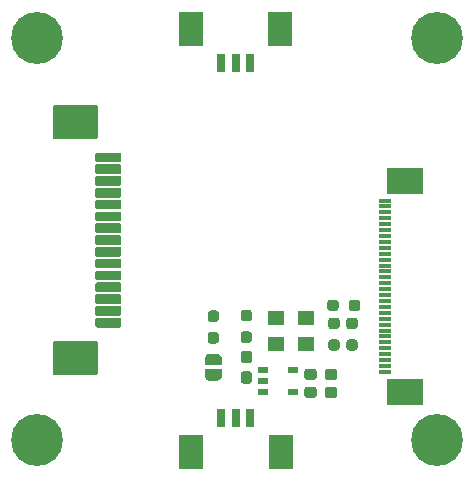
<source format=gbr>
%TF.GenerationSoftware,KiCad,Pcbnew,5.1.12-84ad8e8a86~92~ubuntu18.04.1*%
%TF.CreationDate,2023-10-21T06:49:18+07:00*%
%TF.ProjectId,RPi_FFC_15P-EYECLOUDAI_2MGSMOD_AR0234-ADAPTER,5250695f-4646-4435-9f31-35502d455945,rev?*%
%TF.SameCoordinates,Original*%
%TF.FileFunction,Soldermask,Top*%
%TF.FilePolarity,Negative*%
%FSLAX46Y46*%
G04 Gerber Fmt 4.6, Leading zero omitted, Abs format (unit mm)*
G04 Created by KiCad (PCBNEW 5.1.12-84ad8e8a86~92~ubuntu18.04.1) date 2023-10-21 06:49:18*
%MOMM*%
%LPD*%
G01*
G04 APERTURE LIST*
%ADD10C,0.100000*%
%ADD11R,0.952500X0.508000*%
%ADD12R,1.100000X0.300000*%
%ADD13R,3.100000X2.300000*%
%ADD14R,1.400000X1.200000*%
%ADD15R,2.100000X3.000000*%
%ADD16R,0.800000X1.600000*%
%ADD17C,4.400000*%
G04 APERTURE END LIST*
%TO.C,R10*%
G36*
G01*
X131438200Y-102294700D02*
X131438200Y-101819700D01*
G75*
G02*
X131675700Y-101582200I237500J0D01*
G01*
X132175700Y-101582200D01*
G75*
G02*
X132413200Y-101819700I0J-237500D01*
G01*
X132413200Y-102294700D01*
G75*
G02*
X132175700Y-102532200I-237500J0D01*
G01*
X131675700Y-102532200D01*
G75*
G02*
X131438200Y-102294700I0J237500D01*
G01*
G37*
G36*
G01*
X129613200Y-102294700D02*
X129613200Y-101819700D01*
G75*
G02*
X129850700Y-101582200I237500J0D01*
G01*
X130350700Y-101582200D01*
G75*
G02*
X130588200Y-101819700I0J-237500D01*
G01*
X130588200Y-102294700D01*
G75*
G02*
X130350700Y-102532200I-237500J0D01*
G01*
X129850700Y-102532200D01*
G75*
G02*
X129613200Y-102294700I0J237500D01*
G01*
G37*
%TD*%
%TO.C,R5*%
G36*
G01*
X119752100Y-104311000D02*
X120227100Y-104311000D01*
G75*
G02*
X120464600Y-104548500I0J-237500D01*
G01*
X120464600Y-105048500D01*
G75*
G02*
X120227100Y-105286000I-237500J0D01*
G01*
X119752100Y-105286000D01*
G75*
G02*
X119514600Y-105048500I0J237500D01*
G01*
X119514600Y-104548500D01*
G75*
G02*
X119752100Y-104311000I237500J0D01*
G01*
G37*
G36*
G01*
X119752100Y-102486000D02*
X120227100Y-102486000D01*
G75*
G02*
X120464600Y-102723500I0J-237500D01*
G01*
X120464600Y-103223500D01*
G75*
G02*
X120227100Y-103461000I-237500J0D01*
G01*
X119752100Y-103461000D01*
G75*
G02*
X119514600Y-103223500I0J237500D01*
G01*
X119514600Y-102723500D01*
G75*
G02*
X119752100Y-102486000I237500J0D01*
G01*
G37*
%TD*%
D10*
%TO.C,JP1*%
G36*
X119240202Y-106639600D02*
G01*
X119240202Y-106615066D01*
X119245012Y-106566235D01*
X119254584Y-106518110D01*
X119268828Y-106471155D01*
X119287605Y-106425822D01*
X119310736Y-106382549D01*
X119337996Y-106341750D01*
X119369124Y-106303821D01*
X119403821Y-106269124D01*
X119441750Y-106237996D01*
X119482549Y-106210736D01*
X119525822Y-106187605D01*
X119571155Y-106168828D01*
X119618110Y-106154584D01*
X119666235Y-106145012D01*
X119715066Y-106140202D01*
X119739600Y-106140202D01*
X119739600Y-106139600D01*
X120239600Y-106139600D01*
X120239600Y-106140202D01*
X120264134Y-106140202D01*
X120312965Y-106145012D01*
X120361090Y-106154584D01*
X120408045Y-106168828D01*
X120453378Y-106187605D01*
X120496651Y-106210736D01*
X120537450Y-106237996D01*
X120575379Y-106269124D01*
X120610076Y-106303821D01*
X120641204Y-106341750D01*
X120668464Y-106382549D01*
X120691595Y-106425822D01*
X120710372Y-106471155D01*
X120724616Y-106518110D01*
X120734188Y-106566235D01*
X120738998Y-106615066D01*
X120738998Y-106639600D01*
X120739600Y-106639600D01*
X120739600Y-107139600D01*
X119239600Y-107139600D01*
X119239600Y-106639600D01*
X119240202Y-106639600D01*
G37*
G36*
X120739600Y-107439600D02*
G01*
X120739600Y-107939600D01*
X120738998Y-107939600D01*
X120738998Y-107964134D01*
X120734188Y-108012965D01*
X120724616Y-108061090D01*
X120710372Y-108108045D01*
X120691595Y-108153378D01*
X120668464Y-108196651D01*
X120641204Y-108237450D01*
X120610076Y-108275379D01*
X120575379Y-108310076D01*
X120537450Y-108341204D01*
X120496651Y-108368464D01*
X120453378Y-108391595D01*
X120408045Y-108410372D01*
X120361090Y-108424616D01*
X120312965Y-108434188D01*
X120264134Y-108438998D01*
X120239600Y-108438998D01*
X120239600Y-108439600D01*
X119739600Y-108439600D01*
X119739600Y-108438998D01*
X119715066Y-108438998D01*
X119666235Y-108434188D01*
X119618110Y-108424616D01*
X119571155Y-108410372D01*
X119525822Y-108391595D01*
X119482549Y-108368464D01*
X119441750Y-108341204D01*
X119403821Y-108310076D01*
X119369124Y-108275379D01*
X119337996Y-108237450D01*
X119310736Y-108196651D01*
X119287605Y-108153378D01*
X119268828Y-108108045D01*
X119254584Y-108061090D01*
X119245012Y-108012965D01*
X119240202Y-107964134D01*
X119240202Y-107939600D01*
X119239600Y-107939600D01*
X119239600Y-107439600D01*
X120739600Y-107439600D01*
G37*
%TD*%
D11*
%TO.C,U1*%
X126701550Y-107507999D03*
X126701550Y-109408001D03*
X124148850Y-109408001D03*
X124148850Y-108458000D03*
X124148850Y-107507999D03*
%TD*%
%TO.C,J1*%
G36*
G01*
X110099600Y-103113000D02*
X112099600Y-103113000D01*
G75*
G02*
X112201600Y-103215000I0J-102000D01*
G01*
X112201600Y-103825000D01*
G75*
G02*
X112099600Y-103927000I-102000J0D01*
G01*
X110099600Y-103927000D01*
G75*
G02*
X109997600Y-103825000I0J102000D01*
G01*
X109997600Y-103215000D01*
G75*
G02*
X110099600Y-103113000I102000J0D01*
G01*
G37*
G36*
G01*
X110099600Y-102113000D02*
X112099600Y-102113000D01*
G75*
G02*
X112201600Y-102215000I0J-102000D01*
G01*
X112201600Y-102825000D01*
G75*
G02*
X112099600Y-102927000I-102000J0D01*
G01*
X110099600Y-102927000D01*
G75*
G02*
X109997600Y-102825000I0J102000D01*
G01*
X109997600Y-102215000D01*
G75*
G02*
X110099600Y-102113000I102000J0D01*
G01*
G37*
G36*
G01*
X110099600Y-101113000D02*
X112099600Y-101113000D01*
G75*
G02*
X112201600Y-101215000I0J-102000D01*
G01*
X112201600Y-101825000D01*
G75*
G02*
X112099600Y-101927000I-102000J0D01*
G01*
X110099600Y-101927000D01*
G75*
G02*
X109997600Y-101825000I0J102000D01*
G01*
X109997600Y-101215000D01*
G75*
G02*
X110099600Y-101113000I102000J0D01*
G01*
G37*
G36*
G01*
X110099600Y-100113000D02*
X112099600Y-100113000D01*
G75*
G02*
X112201600Y-100215000I0J-102000D01*
G01*
X112201600Y-100825000D01*
G75*
G02*
X112099600Y-100927000I-102000J0D01*
G01*
X110099600Y-100927000D01*
G75*
G02*
X109997600Y-100825000I0J102000D01*
G01*
X109997600Y-100215000D01*
G75*
G02*
X110099600Y-100113000I102000J0D01*
G01*
G37*
G36*
G01*
X110099600Y-99113000D02*
X112099600Y-99113000D01*
G75*
G02*
X112201600Y-99215000I0J-102000D01*
G01*
X112201600Y-99825000D01*
G75*
G02*
X112099600Y-99927000I-102000J0D01*
G01*
X110099600Y-99927000D01*
G75*
G02*
X109997600Y-99825000I0J102000D01*
G01*
X109997600Y-99215000D01*
G75*
G02*
X110099600Y-99113000I102000J0D01*
G01*
G37*
G36*
G01*
X110099600Y-98113000D02*
X112099600Y-98113000D01*
G75*
G02*
X112201600Y-98215000I0J-102000D01*
G01*
X112201600Y-98825000D01*
G75*
G02*
X112099600Y-98927000I-102000J0D01*
G01*
X110099600Y-98927000D01*
G75*
G02*
X109997600Y-98825000I0J102000D01*
G01*
X109997600Y-98215000D01*
G75*
G02*
X110099600Y-98113000I102000J0D01*
G01*
G37*
G36*
G01*
X110099600Y-97113000D02*
X112099600Y-97113000D01*
G75*
G02*
X112201600Y-97215000I0J-102000D01*
G01*
X112201600Y-97825000D01*
G75*
G02*
X112099600Y-97927000I-102000J0D01*
G01*
X110099600Y-97927000D01*
G75*
G02*
X109997600Y-97825000I0J102000D01*
G01*
X109997600Y-97215000D01*
G75*
G02*
X110099600Y-97113000I102000J0D01*
G01*
G37*
G36*
G01*
X110099600Y-96113000D02*
X112099600Y-96113000D01*
G75*
G02*
X112201600Y-96215000I0J-102000D01*
G01*
X112201600Y-96825000D01*
G75*
G02*
X112099600Y-96927000I-102000J0D01*
G01*
X110099600Y-96927000D01*
G75*
G02*
X109997600Y-96825000I0J102000D01*
G01*
X109997600Y-96215000D01*
G75*
G02*
X110099600Y-96113000I102000J0D01*
G01*
G37*
G36*
G01*
X110099600Y-95113000D02*
X112099600Y-95113000D01*
G75*
G02*
X112201600Y-95215000I0J-102000D01*
G01*
X112201600Y-95825000D01*
G75*
G02*
X112099600Y-95927000I-102000J0D01*
G01*
X110099600Y-95927000D01*
G75*
G02*
X109997600Y-95825000I0J102000D01*
G01*
X109997600Y-95215000D01*
G75*
G02*
X110099600Y-95113000I102000J0D01*
G01*
G37*
G36*
G01*
X110099600Y-89113000D02*
X112099600Y-89113000D01*
G75*
G02*
X112201600Y-89215000I0J-102000D01*
G01*
X112201600Y-89825000D01*
G75*
G02*
X112099600Y-89927000I-102000J0D01*
G01*
X110099600Y-89927000D01*
G75*
G02*
X109997600Y-89825000I0J102000D01*
G01*
X109997600Y-89215000D01*
G75*
G02*
X110099600Y-89113000I102000J0D01*
G01*
G37*
G36*
G01*
X110099600Y-90113000D02*
X112099600Y-90113000D01*
G75*
G02*
X112201600Y-90215000I0J-102000D01*
G01*
X112201600Y-90825000D01*
G75*
G02*
X112099600Y-90927000I-102000J0D01*
G01*
X110099600Y-90927000D01*
G75*
G02*
X109997600Y-90825000I0J102000D01*
G01*
X109997600Y-90215000D01*
G75*
G02*
X110099600Y-90113000I102000J0D01*
G01*
G37*
G36*
G01*
X106499600Y-85088000D02*
X110099600Y-85088000D01*
G75*
G02*
X110201600Y-85190000I0J-102000D01*
G01*
X110201600Y-87870000D01*
G75*
G02*
X110099600Y-87972000I-102000J0D01*
G01*
X106499600Y-87972000D01*
G75*
G02*
X106397600Y-87870000I0J102000D01*
G01*
X106397600Y-85190000D01*
G75*
G02*
X106499600Y-85088000I102000J0D01*
G01*
G37*
G36*
G01*
X106499600Y-105068000D02*
X110099600Y-105068000D01*
G75*
G02*
X110201600Y-105170000I0J-102000D01*
G01*
X110201600Y-107850000D01*
G75*
G02*
X110099600Y-107952000I-102000J0D01*
G01*
X106499600Y-107952000D01*
G75*
G02*
X106397600Y-107850000I0J102000D01*
G01*
X106397600Y-105170000D01*
G75*
G02*
X106499600Y-105068000I102000J0D01*
G01*
G37*
G36*
G01*
X110099600Y-91113000D02*
X112099600Y-91113000D01*
G75*
G02*
X112201600Y-91215000I0J-102000D01*
G01*
X112201600Y-91825000D01*
G75*
G02*
X112099600Y-91927000I-102000J0D01*
G01*
X110099600Y-91927000D01*
G75*
G02*
X109997600Y-91825000I0J102000D01*
G01*
X109997600Y-91215000D01*
G75*
G02*
X110099600Y-91113000I102000J0D01*
G01*
G37*
G36*
G01*
X110099600Y-94113000D02*
X112099600Y-94113000D01*
G75*
G02*
X112201600Y-94215000I0J-102000D01*
G01*
X112201600Y-94825000D01*
G75*
G02*
X112099600Y-94927000I-102000J0D01*
G01*
X110099600Y-94927000D01*
G75*
G02*
X109997600Y-94825000I0J102000D01*
G01*
X109997600Y-94215000D01*
G75*
G02*
X110099600Y-94113000I102000J0D01*
G01*
G37*
G36*
G01*
X110099600Y-92113000D02*
X112099600Y-92113000D01*
G75*
G02*
X112201600Y-92215000I0J-102000D01*
G01*
X112201600Y-92825000D01*
G75*
G02*
X112099600Y-92927000I-102000J0D01*
G01*
X110099600Y-92927000D01*
G75*
G02*
X109997600Y-92825000I0J102000D01*
G01*
X109997600Y-92215000D01*
G75*
G02*
X110099600Y-92113000I102000J0D01*
G01*
G37*
G36*
G01*
X110099600Y-93113000D02*
X112099600Y-93113000D01*
G75*
G02*
X112201600Y-93215000I0J-102000D01*
G01*
X112201600Y-93825000D01*
G75*
G02*
X112099600Y-93927000I-102000J0D01*
G01*
X110099600Y-93927000D01*
G75*
G02*
X109997600Y-93825000I0J102000D01*
G01*
X109997600Y-93215000D01*
G75*
G02*
X110099600Y-93113000I102000J0D01*
G01*
G37*
%TD*%
D12*
%TO.C,J2*%
X134518400Y-93181600D03*
X134518400Y-93681600D03*
X134518400Y-94181600D03*
X134518400Y-94681600D03*
X134518400Y-95181600D03*
X134518400Y-95681600D03*
X134518400Y-96181600D03*
X134518400Y-96681600D03*
X134518400Y-97181600D03*
X134518400Y-97681600D03*
X134518400Y-98181600D03*
X134518400Y-98681600D03*
X134518400Y-99181600D03*
X134518400Y-99681600D03*
X134518400Y-100181600D03*
X134518400Y-100681600D03*
X134518400Y-101181600D03*
X134518400Y-101681600D03*
X134518400Y-102181600D03*
X134518400Y-102681600D03*
X134518400Y-103181600D03*
X134518400Y-103681600D03*
X134518400Y-104181600D03*
X134518400Y-104681600D03*
D13*
X136218400Y-109351600D03*
X136218400Y-91511600D03*
D12*
X134518400Y-105181600D03*
X134518400Y-105681600D03*
X134518400Y-106181600D03*
X134518400Y-106681600D03*
X134518400Y-107181600D03*
X134518400Y-107681600D03*
%TD*%
D14*
%TO.C,X1*%
X125272800Y-103090800D03*
X127812800Y-103090800D03*
X127812800Y-105290800D03*
X125272800Y-105290800D03*
%TD*%
%TO.C,R3*%
G36*
G01*
X131486900Y-104920600D02*
X131961900Y-104920600D01*
G75*
G02*
X132199400Y-105158100I0J-237500D01*
G01*
X132199400Y-105658100D01*
G75*
G02*
X131961900Y-105895600I-237500J0D01*
G01*
X131486900Y-105895600D01*
G75*
G02*
X131249400Y-105658100I0J237500D01*
G01*
X131249400Y-105158100D01*
G75*
G02*
X131486900Y-104920600I237500J0D01*
G01*
G37*
G36*
G01*
X131486900Y-103095600D02*
X131961900Y-103095600D01*
G75*
G02*
X132199400Y-103333100I0J-237500D01*
G01*
X132199400Y-103833100D01*
G75*
G02*
X131961900Y-104070600I-237500J0D01*
G01*
X131486900Y-104070600D01*
G75*
G02*
X131249400Y-103833100I0J237500D01*
G01*
X131249400Y-103333100D01*
G75*
G02*
X131486900Y-103095600I237500J0D01*
G01*
G37*
%TD*%
%TO.C,R2*%
G36*
G01*
X129962900Y-103095600D02*
X130437900Y-103095600D01*
G75*
G02*
X130675400Y-103333100I0J-237500D01*
G01*
X130675400Y-103833100D01*
G75*
G02*
X130437900Y-104070600I-237500J0D01*
G01*
X129962900Y-104070600D01*
G75*
G02*
X129725400Y-103833100I0J237500D01*
G01*
X129725400Y-103333100D01*
G75*
G02*
X129962900Y-103095600I237500J0D01*
G01*
G37*
G36*
G01*
X129962900Y-104920600D02*
X130437900Y-104920600D01*
G75*
G02*
X130675400Y-105158100I0J-237500D01*
G01*
X130675400Y-105658100D01*
G75*
G02*
X130437900Y-105895600I-237500J0D01*
G01*
X129962900Y-105895600D01*
G75*
G02*
X129725400Y-105658100I0J237500D01*
G01*
X129725400Y-105158100D01*
G75*
G02*
X129962900Y-104920600I237500J0D01*
G01*
G37*
%TD*%
%TO.C,R1*%
G36*
G01*
X123021100Y-103410200D02*
X122546100Y-103410200D01*
G75*
G02*
X122308600Y-103172700I0J237500D01*
G01*
X122308600Y-102672700D01*
G75*
G02*
X122546100Y-102435200I237500J0D01*
G01*
X123021100Y-102435200D01*
G75*
G02*
X123258600Y-102672700I0J-237500D01*
G01*
X123258600Y-103172700D01*
G75*
G02*
X123021100Y-103410200I-237500J0D01*
G01*
G37*
G36*
G01*
X123021100Y-105235200D02*
X122546100Y-105235200D01*
G75*
G02*
X122308600Y-104997700I0J237500D01*
G01*
X122308600Y-104497700D01*
G75*
G02*
X122546100Y-104260200I237500J0D01*
G01*
X123021100Y-104260200D01*
G75*
G02*
X123258600Y-104497700I0J-237500D01*
G01*
X123258600Y-104997700D01*
G75*
G02*
X123021100Y-105235200I-237500J0D01*
G01*
G37*
%TD*%
%TO.C,C3*%
G36*
G01*
X129407800Y-108136700D02*
X129407800Y-107661700D01*
G75*
G02*
X129645300Y-107424200I237500J0D01*
G01*
X130245300Y-107424200D01*
G75*
G02*
X130482800Y-107661700I0J-237500D01*
G01*
X130482800Y-108136700D01*
G75*
G02*
X130245300Y-108374200I-237500J0D01*
G01*
X129645300Y-108374200D01*
G75*
G02*
X129407800Y-108136700I0J237500D01*
G01*
G37*
G36*
G01*
X127682800Y-108136700D02*
X127682800Y-107661700D01*
G75*
G02*
X127920300Y-107424200I237500J0D01*
G01*
X128520300Y-107424200D01*
G75*
G02*
X128757800Y-107661700I0J-237500D01*
G01*
X128757800Y-108136700D01*
G75*
G02*
X128520300Y-108374200I-237500J0D01*
G01*
X127920300Y-108374200D01*
G75*
G02*
X127682800Y-108136700I0J237500D01*
G01*
G37*
%TD*%
%TO.C,C2*%
G36*
G01*
X129407800Y-109660700D02*
X129407800Y-109185700D01*
G75*
G02*
X129645300Y-108948200I237500J0D01*
G01*
X130245300Y-108948200D01*
G75*
G02*
X130482800Y-109185700I0J-237500D01*
G01*
X130482800Y-109660700D01*
G75*
G02*
X130245300Y-109898200I-237500J0D01*
G01*
X129645300Y-109898200D01*
G75*
G02*
X129407800Y-109660700I0J237500D01*
G01*
G37*
G36*
G01*
X127682800Y-109660700D02*
X127682800Y-109185700D01*
G75*
G02*
X127920300Y-108948200I237500J0D01*
G01*
X128520300Y-108948200D01*
G75*
G02*
X128757800Y-109185700I0J-237500D01*
G01*
X128757800Y-109660700D01*
G75*
G02*
X128520300Y-109898200I-237500J0D01*
G01*
X127920300Y-109898200D01*
G75*
G02*
X127682800Y-109660700I0J237500D01*
G01*
G37*
%TD*%
%TO.C,C1*%
G36*
G01*
X122546100Y-107614600D02*
X123021100Y-107614600D01*
G75*
G02*
X123258600Y-107852100I0J-237500D01*
G01*
X123258600Y-108452100D01*
G75*
G02*
X123021100Y-108689600I-237500J0D01*
G01*
X122546100Y-108689600D01*
G75*
G02*
X122308600Y-108452100I0J237500D01*
G01*
X122308600Y-107852100D01*
G75*
G02*
X122546100Y-107614600I237500J0D01*
G01*
G37*
G36*
G01*
X122546100Y-105889600D02*
X123021100Y-105889600D01*
G75*
G02*
X123258600Y-106127100I0J-237500D01*
G01*
X123258600Y-106727100D01*
G75*
G02*
X123021100Y-106964600I-237500J0D01*
G01*
X122546100Y-106964600D01*
G75*
G02*
X122308600Y-106727100I0J237500D01*
G01*
X122308600Y-106127100D01*
G75*
G02*
X122546100Y-105889600I237500J0D01*
G01*
G37*
%TD*%
D15*
%TO.C,P2*%
X125679200Y-114452400D03*
X118079200Y-114452400D03*
D16*
X123129200Y-111552400D03*
X121879200Y-111552400D03*
X120629200Y-111552400D03*
%TD*%
D15*
%TO.C,P1*%
X118069200Y-78659400D03*
X125669200Y-78659400D03*
D16*
X120619200Y-81559400D03*
X121869200Y-81559400D03*
X123119200Y-81559400D03*
%TD*%
D17*
%TO.C,H4*%
X138917680Y-79413100D03*
%TD*%
%TO.C,H3*%
X138917680Y-113489740D03*
%TD*%
%TO.C,H2*%
X105079800Y-113489740D03*
%TD*%
%TO.C,H1*%
X105079800Y-79413100D03*
%TD*%
M02*

</source>
